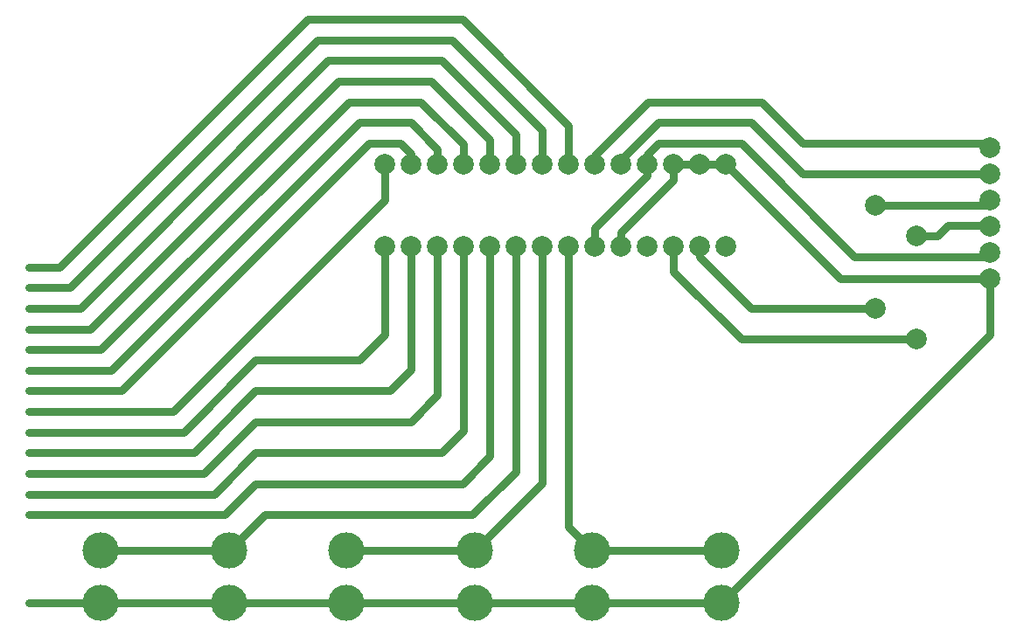
<source format=gbl>
G04 Layer: BottomLayer*
G04 EasyEDA v6.5.22, 2024-08-28 16:03:03*
G04 fc1e3732016e4acc899c86b879ae2791,10*
G04 Gerber Generator version 0.2*
G04 Scale: 100 percent, Rotated: No, Reflected: No *
G04 Dimensions in millimeters *
G04 leading zeros omitted , absolute positions ,4 integer and 5 decimal *
%FSLAX45Y45*%
%MOMM*%

%ADD10C,0.8000*%
%ADD11C,2.0000*%
%ADD12C,3.5000*%

%LPD*%
D10*
X4618992Y4800089D02*
G01*
X4618992Y5081015D01*
X3899915Y5800089D01*
X2800101Y5800089D01*
X399999Y3399995D01*
X-99999Y3399995D01*
X5126992Y4799990D02*
G01*
X5126992Y5172991D01*
X4099991Y6199985D01*
X2599989Y6199985D01*
X199999Y3799989D01*
X-99999Y3799989D01*
X4872992Y4800089D02*
G01*
X4872992Y5126989D01*
X3999991Y5999985D01*
X2699989Y5999985D01*
X299999Y3599990D01*
X-99999Y3599990D01*
X4364992Y4799990D02*
G01*
X4364992Y5034991D01*
X3799992Y5599991D01*
X2899991Y5599991D01*
X500001Y3199996D01*
X-99999Y3199996D01*
X4110992Y4799990D02*
G01*
X4110992Y4988989D01*
X3699990Y5399991D01*
X2999991Y5399991D01*
X600001Y2999996D01*
X-99999Y2999996D01*
X3856992Y4800089D02*
G01*
X3856992Y4943096D01*
X3599941Y5199885D01*
X3100064Y5199885D01*
X700026Y2800093D01*
X-99999Y2799994D01*
X3602992Y4799990D02*
G01*
X3602992Y4896995D01*
X3499990Y4999989D01*
X3199991Y4999989D01*
X800006Y2599994D01*
X-99999Y2599994D01*
X3348992Y4799990D02*
G01*
X3348992Y4448985D01*
X1299994Y2399995D01*
X-99999Y2399995D01*
X3348992Y3999989D02*
G01*
X3348992Y3148990D01*
X3099991Y2899994D01*
X2099990Y2899994D01*
X1399994Y2199995D01*
X-99999Y2199995D01*
X3602992Y3999989D02*
G01*
X3602992Y2802991D01*
X3399990Y2599994D01*
X2099990Y2599994D01*
X1499994Y1999993D01*
X-99999Y1999993D01*
X3856992Y3999989D02*
G01*
X3856992Y2556990D01*
X3599990Y2299995D01*
X2099990Y2299995D01*
X1599994Y1799993D01*
X-99999Y1799993D01*
X4110992Y3999989D02*
G01*
X4110992Y2210996D01*
X3899992Y1999993D01*
X2099990Y1999993D01*
X1699996Y1599994D01*
X-99999Y1599994D01*
X4364992Y3999989D02*
G01*
X4364992Y1964994D01*
X4099991Y1699994D01*
X2099990Y1699994D01*
X1800001Y1399999D01*
X-99999Y1399999D01*
X8499983Y4099989D02*
G01*
X8699982Y4099989D01*
X8799984Y4199991D01*
X9201050Y4199991D01*
X9204375Y4196666D01*
X6142992Y3999989D02*
G01*
X6142992Y3756990D01*
X6799981Y3099996D01*
X8499983Y3099996D01*
X8099983Y4399991D02*
G01*
X9153697Y4399991D01*
X9204375Y4450666D01*
X6396992Y3999989D02*
G01*
X6396992Y3902991D01*
X6899981Y3399995D01*
X8099983Y3399995D01*
X1845053Y1054100D02*
G01*
X2190948Y1399999D01*
X4199991Y1399999D01*
X4618992Y1818995D01*
X4618992Y3999989D01*
X594865Y1054100D02*
G01*
X1845053Y1054100D01*
X4225030Y1054100D02*
G01*
X4872992Y1702054D01*
X4872992Y3999989D01*
X2974850Y1054100D02*
G01*
X4225030Y1054100D01*
X5354822Y1054100D02*
G01*
X5126992Y1281935D01*
X5126992Y3999989D01*
X5888992Y4799990D02*
G01*
X5888992Y4888989D01*
X5999993Y4999989D01*
X6799981Y4999989D01*
X7899981Y3899989D01*
X9161698Y3899989D01*
X9204375Y3942666D01*
X5380992Y4799990D02*
G01*
X5380992Y4880990D01*
X5899993Y5399991D01*
X6999980Y5399991D01*
X7399982Y4999989D01*
X9163050Y4999989D01*
X9204375Y4958666D01*
X5634992Y4799990D02*
G01*
X5634992Y4834889D01*
X5999993Y5199885D01*
X6899907Y5199885D01*
X7395207Y4704585D01*
X9204449Y4704585D01*
X6650992Y4799990D02*
G01*
X7762316Y3688666D01*
X9204375Y3688666D01*
X6396992Y4799990D02*
G01*
X6650992Y4799990D01*
X6142992Y4799990D02*
G01*
X6396992Y4799990D01*
X5634992Y3999989D02*
G01*
X5634992Y4134995D01*
X6142992Y4642995D01*
X6142992Y4799990D01*
X5380992Y3999989D02*
G01*
X5380992Y4180989D01*
X5888992Y4688989D01*
X5888992Y4799990D01*
X594903Y545998D02*
G01*
X-99999Y545998D01*
X6605079Y1053998D02*
G01*
X5354899Y1053998D01*
X6605079Y545998D02*
G01*
X9204375Y3145294D01*
X9204375Y3688666D01*
X5354899Y545998D02*
G01*
X6605079Y545998D01*
X4225081Y545998D02*
G01*
X5354899Y545998D01*
X2974901Y545998D02*
G01*
X4225081Y545998D01*
X1845091Y545998D02*
G01*
X2974901Y545998D01*
X594903Y545998D02*
G01*
X1845091Y545998D01*
D11*
G01*
X3348990Y3999992D03*
G01*
X3602990Y3999992D03*
G01*
X3856990Y3999992D03*
G01*
X4110990Y3999992D03*
G01*
X4364990Y3999992D03*
G01*
X4618990Y3999992D03*
G01*
X4872990Y3999992D03*
G01*
X5126990Y3999992D03*
G01*
X5380990Y3999992D03*
G01*
X5634990Y3999992D03*
G01*
X5888990Y3999992D03*
G01*
X6142990Y3999992D03*
G01*
X6396990Y3999992D03*
G01*
X6650990Y3999992D03*
G01*
X3348990Y4799990D03*
G01*
X3602990Y4799990D03*
G01*
X3856990Y4799990D03*
G01*
X4110990Y4799990D03*
G01*
X4364990Y4799990D03*
G01*
X4618990Y4799990D03*
G01*
X4872990Y4799990D03*
G01*
X5126990Y4799990D03*
G01*
X5380990Y4799990D03*
G01*
X5634990Y4799990D03*
G01*
X5888990Y4799990D03*
G01*
X6142990Y4799990D03*
G01*
X6396990Y4799990D03*
G01*
X6650990Y4799990D03*
G01*
X9204375Y3688664D03*
G01*
X9204375Y3942664D03*
G01*
X9204375Y4196664D03*
G01*
X9204375Y4450664D03*
G01*
X9204375Y4704664D03*
G01*
X9204375Y4958664D03*
D12*
G01*
X5354827Y1054100D03*
G01*
X6605015Y1054100D03*
G01*
X5354827Y546100D03*
G01*
X6605015Y546100D03*
G01*
X2974847Y1054100D03*
G01*
X4225036Y1054100D03*
G01*
X2974847Y546100D03*
G01*
X4225036Y546100D03*
G01*
X594868Y1054100D03*
G01*
X1845055Y1054100D03*
G01*
X594868Y546100D03*
G01*
X1845055Y546100D03*
D11*
G01*
X8499983Y4099991D03*
G01*
X8499983Y3099993D03*
G01*
X8099983Y4399991D03*
G01*
X8099983Y3399993D03*
M02*

</source>
